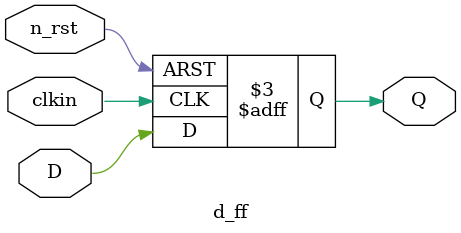
<source format=v>
`timescale 1ns / 1ps


module d_ff(Q,D,clkin,n_rst);

    /*--------- Declare I/O --------------------------*/
    output reg Q;	// Output of the flip-flop
    input D;		// Data input to the flip-flop
    input clkin;	// Clock input
    input n_rst;	// Negative reset input
    
    /*--------- Flip-flop behavior --------------------------*/
    always @ (posedge clkin or negedge n_rst)
    begin
        if (n_rst == 1'b0)
            Q <= 1'b0;	// Reset the output to 0 when reset is active
        else
            Q <= D;   	// Capture the data input on the rising edge of the clock
    end
endmodule

</source>
